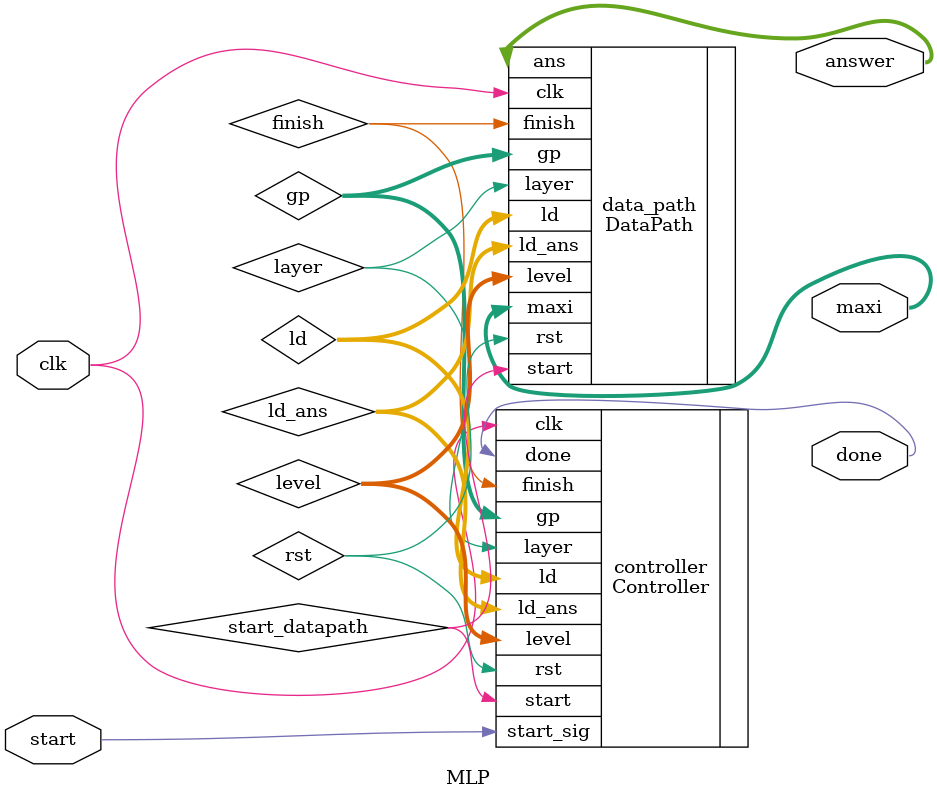
<source format=v>
module MLP(clk, start, maxi, done, answer);
	input clk;
	input start;

	output [9 : 0]maxi;
	output done;
	output [79 : 0]answer;

	wire start_datapath;
	wire [1 : 0]gp;
	wire layer;
	wire [2 : 0]level;
	wire [3 : 0]ld;
	wire [1 : 0]ld_ans;
	wire finish;
	wire rst;

	DataPath data_path(.clk(clk), .start(start_datapath), .rst(rst), .gp(gp), .layer(layer), .level(level), .ld(ld),
			.ld_ans(ld_ans), .finish(finish), .ans(answer), .maxi(maxi));

	Controller controller(.clk(clk), .start_sig(start), .finish(finish), .gp(gp), .level(level), .rst(rst),
			.layer(layer), .start(start_datapath), .ld(ld), .ld_ans(ld_ans), .done(done));
endmodule

</source>
